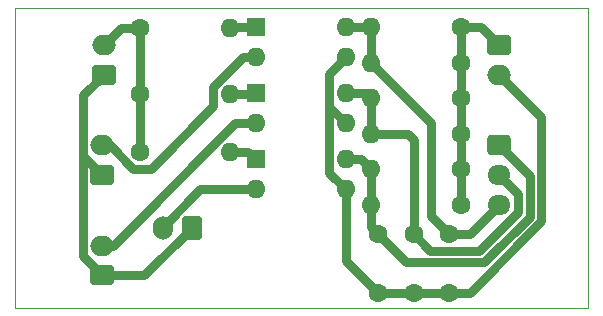
<source format=gbr>
%TF.GenerationSoftware,KiCad,Pcbnew,7.0.8*%
%TF.CreationDate,2023-12-13T22:32:42+02:00*%
%TF.ProjectId,limit_switch,6c696d69-745f-4737-9769-7463682e6b69,rev?*%
%TF.SameCoordinates,Original*%
%TF.FileFunction,Copper,L1,Top*%
%TF.FilePolarity,Positive*%
%FSLAX46Y46*%
G04 Gerber Fmt 4.6, Leading zero omitted, Abs format (unit mm)*
G04 Created by KiCad (PCBNEW 7.0.8) date 2023-12-13 22:32:42*
%MOMM*%
%LPD*%
G01*
G04 APERTURE LIST*
G04 Aperture macros list*
%AMRoundRect*
0 Rectangle with rounded corners*
0 $1 Rounding radius*
0 $2 $3 $4 $5 $6 $7 $8 $9 X,Y pos of 4 corners*
0 Add a 4 corners polygon primitive as box body*
4,1,4,$2,$3,$4,$5,$6,$7,$8,$9,$2,$3,0*
0 Add four circle primitives for the rounded corners*
1,1,$1+$1,$2,$3*
1,1,$1+$1,$4,$5*
1,1,$1+$1,$6,$7*
1,1,$1+$1,$8,$9*
0 Add four rect primitives between the rounded corners*
20,1,$1+$1,$2,$3,$4,$5,0*
20,1,$1+$1,$4,$5,$6,$7,0*
20,1,$1+$1,$6,$7,$8,$9,0*
20,1,$1+$1,$8,$9,$2,$3,0*%
G04 Aperture macros list end*
%TA.AperFunction,ComponentPad*%
%ADD10RoundRect,0.250000X-0.725000X0.600000X-0.725000X-0.600000X0.725000X-0.600000X0.725000X0.600000X0*%
%TD*%
%TA.AperFunction,ComponentPad*%
%ADD11O,1.950000X1.700000*%
%TD*%
%TA.AperFunction,ComponentPad*%
%ADD12C,1.600000*%
%TD*%
%TA.AperFunction,ComponentPad*%
%ADD13O,1.600000X1.600000*%
%TD*%
%TA.AperFunction,ComponentPad*%
%ADD14RoundRect,0.250000X0.750000X-0.600000X0.750000X0.600000X-0.750000X0.600000X-0.750000X-0.600000X0*%
%TD*%
%TA.AperFunction,ComponentPad*%
%ADD15O,2.000000X1.700000*%
%TD*%
%TA.AperFunction,ComponentPad*%
%ADD16RoundRect,0.250000X0.600000X0.750000X-0.600000X0.750000X-0.600000X-0.750000X0.600000X-0.750000X0*%
%TD*%
%TA.AperFunction,ComponentPad*%
%ADD17O,1.700000X2.000000*%
%TD*%
%TA.AperFunction,ComponentPad*%
%ADD18R,1.600000X1.600000*%
%TD*%
%TA.AperFunction,ComponentPad*%
%ADD19RoundRect,0.250000X-0.750000X0.600000X-0.750000X-0.600000X0.750000X-0.600000X0.750000X0.600000X0*%
%TD*%
%TA.AperFunction,Conductor*%
%ADD20C,0.800000*%
%TD*%
%TA.AperFunction,Profile*%
%ADD21C,0.100000*%
%TD*%
G04 APERTURE END LIST*
D10*
X193273000Y-94581000D03*
D11*
X193273000Y-97081000D03*
X193273000Y-99581000D03*
D12*
X186023000Y-102081000D03*
X186023000Y-107081000D03*
X162862000Y-90182000D03*
D13*
X170482000Y-90182000D03*
D14*
X159640500Y-105581000D03*
D15*
X159640500Y-103081000D03*
D14*
X159673000Y-97081000D03*
D15*
X159673000Y-94581000D03*
D12*
X183023000Y-102081000D03*
X183023000Y-107081000D03*
D14*
X159773000Y-88581000D03*
D15*
X159773000Y-86081000D03*
D16*
X167273000Y-101548500D03*
D17*
X164773000Y-101548500D03*
D18*
X172651000Y-95765000D03*
D13*
X172651000Y-98305000D03*
X180271000Y-98305000D03*
X180271000Y-95765000D03*
D12*
X190023000Y-87581000D03*
D13*
X182403000Y-87581000D03*
D12*
X190023000Y-99581000D03*
D13*
X182403000Y-99581000D03*
D12*
X162862000Y-95135000D03*
D13*
X170482000Y-95135000D03*
D12*
X189023000Y-102081000D03*
X189023000Y-107081000D03*
X190023000Y-96581000D03*
D13*
X182403000Y-96581000D03*
D12*
X190023000Y-84581000D03*
D13*
X182403000Y-84581000D03*
D19*
X193273000Y-86081000D03*
D15*
X193273000Y-88581000D03*
D18*
X172651000Y-90177000D03*
D13*
X172651000Y-92717000D03*
X180271000Y-92717000D03*
X180271000Y-90177000D03*
D12*
X162862000Y-84594000D03*
D13*
X170482000Y-84594000D03*
D12*
X190023000Y-93581000D03*
D13*
X182403000Y-93581000D03*
D18*
X172651000Y-84589000D03*
D13*
X172651000Y-87129000D03*
X180271000Y-87129000D03*
X180271000Y-84589000D03*
D12*
X190023000Y-90581000D03*
D13*
X182403000Y-90581000D03*
D20*
X196848000Y-92156000D02*
X193273000Y-88581000D01*
X180271000Y-104329000D02*
X183023000Y-107081000D01*
X178871000Y-91317000D02*
X178871000Y-96905000D01*
X196848000Y-101010038D02*
X196848000Y-92156000D01*
X190777038Y-107081000D02*
X196848000Y-101010038D01*
X180271000Y-98305000D02*
X180271000Y-104329000D01*
X186023000Y-107081000D02*
X189023000Y-107081000D01*
X183023000Y-107081000D02*
X186023000Y-107081000D01*
X178871000Y-96905000D02*
X180271000Y-98305000D01*
X189023000Y-107081000D02*
X190777038Y-107081000D01*
X180271000Y-87129000D02*
X178871000Y-88529000D01*
X178871000Y-88529000D02*
X178871000Y-91317000D01*
X178871000Y-91317000D02*
X180271000Y-92717000D01*
X162862000Y-90182000D02*
X162862000Y-84594000D01*
X162862000Y-95135000D02*
X162862000Y-90182000D01*
X161260000Y-84594000D02*
X159773000Y-86081000D01*
X162862000Y-84594000D02*
X161260000Y-84594000D01*
X190023000Y-93581000D02*
X190023000Y-90581000D01*
X190023000Y-93581000D02*
X190023000Y-96581000D01*
X190023000Y-96581000D02*
X190023000Y-99581000D01*
X190023000Y-84581000D02*
X191773000Y-84581000D01*
X191773000Y-84581000D02*
X193273000Y-86081000D01*
X190023000Y-87581000D02*
X190023000Y-84581000D01*
X190023000Y-90581000D02*
X190023000Y-87581000D01*
X160328101Y-94581000D02*
X159673000Y-94581000D01*
X169082000Y-89602101D02*
X171555101Y-87129000D01*
X163819002Y-96535000D02*
X169082000Y-91272002D01*
X162282101Y-96535000D02*
X160328101Y-94581000D01*
X163819002Y-96535000D02*
X162282101Y-96535000D01*
X169082000Y-91272002D02*
X169082000Y-89602101D01*
X171555101Y-87129000D02*
X172651000Y-87129000D01*
X160556101Y-103081000D02*
X170920101Y-92717000D01*
X170920101Y-92717000D02*
X172651000Y-92717000D01*
X159640500Y-103081000D02*
X160556101Y-103081000D01*
X164773000Y-101548500D02*
X164773000Y-101489490D01*
X164773000Y-101489490D02*
X167957490Y-98305000D01*
X167957490Y-98305000D02*
X172651000Y-98305000D01*
X172651000Y-84589000D02*
X170487000Y-84589000D01*
X170487000Y-84589000D02*
X170482000Y-84594000D01*
X170487000Y-90177000D02*
X170482000Y-90182000D01*
X170482000Y-90182000D02*
X172646000Y-90182000D01*
X172646000Y-90182000D02*
X172651000Y-90177000D01*
X170482000Y-95135000D02*
X172021000Y-95135000D01*
X172021000Y-95135000D02*
X172651000Y-95765000D01*
X180279000Y-84581000D02*
X180271000Y-84589000D01*
X187473000Y-100531000D02*
X189023000Y-102081000D01*
X182403000Y-84581000D02*
X180279000Y-84581000D01*
X187473000Y-92651000D02*
X187473000Y-100531000D01*
X180276000Y-84594000D02*
X180271000Y-84589000D01*
X182403000Y-87581000D02*
X187473000Y-92651000D01*
X189023000Y-102081000D02*
X190773000Y-102081000D01*
X182403000Y-87581000D02*
X182403000Y-84581000D01*
X190773000Y-102081000D02*
X193273000Y-99581000D01*
X194848000Y-100181610D02*
X194848000Y-98656000D01*
X185523000Y-93581000D02*
X186023000Y-94081000D01*
X180276000Y-90182000D02*
X180271000Y-90177000D01*
X180271000Y-90177000D02*
X181999000Y-90177000D01*
X186023000Y-94081000D02*
X186023000Y-102081000D01*
X182403000Y-93581000D02*
X185523000Y-93581000D01*
X182403000Y-90581000D02*
X182403000Y-93581000D01*
X194848000Y-98656000D02*
X193273000Y-97081000D01*
X191548610Y-103481000D02*
X194848000Y-100181610D01*
X186023000Y-102081000D02*
X187423000Y-103481000D01*
X187423000Y-103481000D02*
X191548610Y-103481000D01*
X181999000Y-90177000D02*
X182403000Y-90581000D01*
X182403000Y-96581000D02*
X182403000Y-99581000D01*
X182403000Y-99581000D02*
X182403000Y-101461000D01*
X191962823Y-104481001D02*
X195848000Y-100595824D01*
X181587000Y-95765000D02*
X182403000Y-96581000D01*
X185423000Y-104481000D02*
X191962823Y-104481001D01*
X180271000Y-95765000D02*
X181587000Y-95765000D01*
X182403000Y-101461000D02*
X183023000Y-102081000D01*
X195848000Y-97156000D02*
X193273000Y-94581000D01*
X195848000Y-100595824D02*
X195848000Y-97156000D01*
X183023000Y-102081000D02*
X185423000Y-104481000D01*
X159773000Y-88581000D02*
X158073000Y-90281000D01*
X158073000Y-90281000D02*
X158073000Y-95481000D01*
X158040500Y-95513500D02*
X158040500Y-103981000D01*
X158073000Y-95481000D02*
X159673000Y-97081000D01*
X159640500Y-105581000D02*
X163240500Y-105581000D01*
X158040500Y-103981000D02*
X159640500Y-105581000D01*
X158073000Y-95481000D02*
X158040500Y-95513500D01*
X163240500Y-105581000D02*
X167273000Y-101548500D01*
D21*
X200773000Y-108331000D02*
X152273000Y-108331000D01*
X152273000Y-82943000D02*
X200773000Y-82981000D01*
X152273000Y-82943000D02*
X152273000Y-108331000D01*
X200773000Y-82981000D02*
X200773000Y-108331000D01*
M02*

</source>
